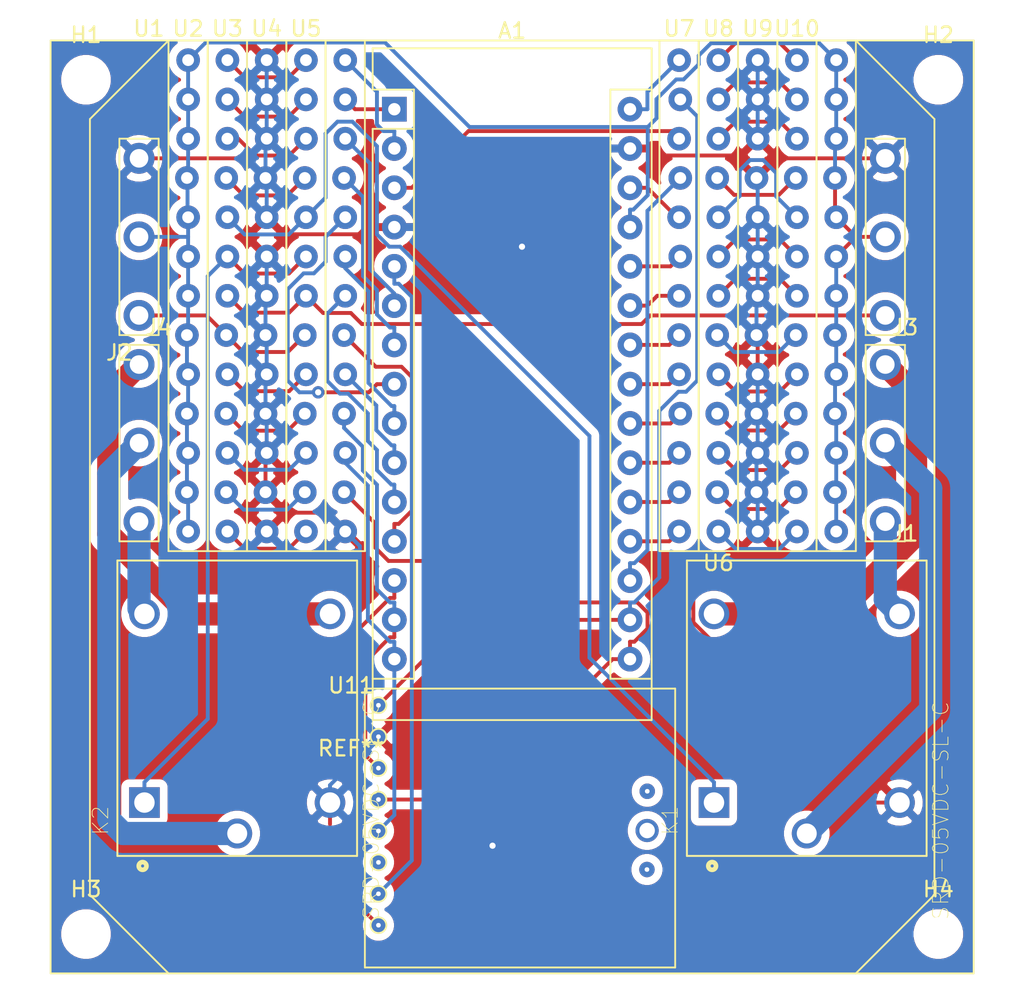
<source format=kicad_pcb>
(kicad_pcb (version 20171130) (host pcbnew "(5.1.0)-1")
  (layers (0 F.Cu signal) (31 B.Cu signal) (34 B.Paste user) (35 F.Paste user) (36 B.SilkS user) (37 F.SilkS user) (38 B.Mask user) (39 F.Mask user) (44 Edge.Cuts user))
  (net 0 "")
  (net 1 SCK)
  (net 2 MISO)
  (net 3 MOSI)
  (net 4 GND)
  (net 5 CSN)
  (net 6 GD0)
  (net 7 3,3V)
  (net 8 VIN)
  (net 9 RST)
  (net 10 D9)
  (net 11 5V)
  (net 12 D8)
  (net 13 A7)
  (net 14 A6)
  (net 15 D6)
  (net 16 A5)
  (net 17 D5)
  (net 18 A4)
  (net 19 D4)
  (net 20 A3)
  (net 21 D3)
  (net 22 A2)
  (net 23 A1)
  (net 24 A0)
  (net 25 AREF)
  (net 26 D0)
  (net 27 D1)
  (net 28 RST2)
  (net 29 D7)
  (net 30 Bridge13)
  (net 31 Bridge12)
  (net 32 Bridge11)
  (net 33 Bridge9)
  (net 34 Bridge10)
  (net 35 Bridge5)
  (net 36 Bridge6)
  (net 37 Bridge8)
  (net 38 Bridge7)
  (net 39 Bridge4)
  (net 40 Bridge3)
  (net 41 Bridge2)
  (net 42 Bridge1)
  (net 43 Bridge26)
  (net 44 Bridge25)
  (net 45 Bridge24)
  (net 46 Bridge22)
  (net 47 Bridge23)
  (net 48 Bridge18)
  (net 49 Bridge19)
  (net 50 Bridge21)
  (net 51 Bridge20)
  (net 52 Bridge17)
  (net 53 Bridge16)
  (net 54 Bridge15)
  (net 55 Bridge14)
  (net 56 "Net-(J1-Pad3)")
  (net 57 "Net-(J1-Pad2)")
  (net 58 "Net-(J1-Pad1)")
  (net 59 "Net-(J2-Pad3)")
  (net 60 "Net-(J2-Pad2)")
  (net 61 "Net-(J2-Pad1)")
  (module Selfmade_Prints:CC1101_modul (layer F.Cu) (at 32.385 53.975)
    (fp_text reference U11 (at -0.9 -0.2) (layer F.SilkS))
    (fp_text value C1101_Module)
    (fp_text user REF** (at -0.9 3.864) (layer F.SilkS))
    (pad 6 thru_hole circle (at 18.24 11.7) (size 1 1) (drill 0.3) (layers *.Cu *.Mask))
    (pad Ant thru_hole circle (at 18.2516 9.1774) (size 1.5 1.5) (drill 1) (layers *.Cu *.Mask))
    (pad 4 thru_hole circle (at 18.26 6.64) (size 1 1) (drill 0.3) (layers *.Cu *.Mask))
    (pad CSN thru_hole circle (at 0.878 15.302) (size 1 1) (drill 0.3) (layers *.Cu *.Mask) (net 5 CSN))
    (pad GD0 thru_hole circle (at 0.878 13.27) (size 1 1) (drill 0.3) (layers *.Cu *.Mask) (net 6 GD0))
    (pad GD02 thru_hole circle (at 0.878 11.238) (size 1 1) (drill 0.3) (layers *.Cu *.Mask))
    (pad MISO thru_hole circle (at 0.878 9.206) (size 1 1) (drill 0.3) (layers *.Cu *.Mask) (net 2 MISO))
    (pad SCLK thru_hole circle (at 0.878 7.174) (size 1 1) (drill 0.3) (layers *.Cu *.Mask) (net 1 SCK))
    (pad MOSI thru_hole circle (at 0.878 5.142) (size 1 1) (drill 0.3) (layers *.Cu *.Mask) (net 3 MOSI))
    (pad GND thru_hole circle (at 0.878 3.11) (size 1 1) (drill 0.3) (layers *.Cu *.Mask) (net 4 GND))
    (pad Vcc thru_hole circle (at 0.878 1.078) (size 1 1) (drill 0.3) (layers *.Cu *.Mask) (net 7 3,3V))
  )
  (module MountingHole:MountingHole_2.2mm_M2_DIN965 (layer F.Cu) (at 69.469 69.85)
    (fp_text reference H4 (at 0 -2.9) (layer F.SilkS))
    (fp_text value MountingHole)
    (pad 1 np_thru_hole circle (at 0 0) (size 2.2 2.2) (drill 2.2) (layers *.Cu *.Mask))
  )
  (module Arduino_HM_1:5_08mm_Klemmleiste (layer F.Cu) (at 19.05 31.115 180)
    (fp_text reference J4 (at 0 0.5 180) (layer F.SilkS))
    (fp_text value Conn_01x03_Female)
    (pad 3 thru_hole circle (at 1.27 11.43 180) (size 2 2) (drill 1.2) (layers *.Cu *.Mask) (net 4 GND))
    (pad 2 thru_hole circle (at 1.27 6.35 180) (size 2 2) (drill 1.2) (layers *.Cu *.Mask) (net 11 5V))
    (pad 1 thru_hole circle (at 1.27 1.27 180) (size 2 2) (drill 1.2) (layers *.Cu *.Mask) (net 37 Bridge8))
  )
  (module Arduino_HM_1:5_08mm_Klemmleiste (layer F.Cu) (at 67.31 31.115 180)
    (fp_text reference J3 (at 0 0.5 180) (layer F.SilkS))
    (fp_text value Conn_01x03_Female)
    (pad 3 thru_hole circle (at 1.27 11.43 180) (size 2 2) (drill 1.2) (layers *.Cu *.Mask) (net 4 GND))
    (pad 2 thru_hole circle (at 1.27 6.35 180) (size 2 2) (drill 1.2) (layers *.Cu *.Mask) (net 11 5V))
    (pad 1 thru_hole circle (at 1.27 1.27 180) (size 2 2) (drill 1.2) (layers *.Cu *.Mask) (net 38 Bridge7))
  )
  (module Arduino_HM_1:5_08mm_Klemmleiste (layer F.Cu) (at 16.51 31.75)
    (fp_text reference J2 (at 0 0.5) (layer F.SilkS))
    (fp_text value Conn_01x03_Female)
    (pad 3 thru_hole circle (at 1.27 11.43) (size 2 2) (drill 1.2) (layers *.Cu *.Mask) (net 59 "Net-(J2-Pad3)"))
    (pad 2 thru_hole circle (at 1.27 6.35) (size 2 2) (drill 1.2) (layers *.Cu *.Mask) (net 60 "Net-(J2-Pad2)"))
    (pad 1 thru_hole circle (at 1.27 1.27) (size 2 2) (drill 1.2) (layers *.Cu *.Mask) (net 61 "Net-(J2-Pad1)"))
  )
  (module Arduino_HM_1:5_08mm_Klemmleiste (layer F.Cu) (at 67.31 44.45 180)
    (fp_text reference J1 (at 0 0.5 180) (layer F.SilkS))
    (fp_text value Conn_01x03_Female)
    (pad 3 thru_hole circle (at 1.27 11.43 180) (size 2 2) (drill 1.2) (layers *.Cu *.Mask) (net 56 "Net-(J1-Pad3)"))
    (pad 2 thru_hole circle (at 1.27 6.35 180) (size 2 2) (drill 1.2) (layers *.Cu *.Mask) (net 57 "Net-(J1-Pad2)"))
    (pad 1 thru_hole circle (at 1.27 1.27 180) (size 2 2) (drill 1.2) (layers *.Cu *.Mask) (net 58 "Net-(J1-Pad1)"))
  )
  (module Arduino_Periphery:Stifteleiste (layer F.Cu) (at 57.785 10.795)
    (fp_text reference U9 (at 0 0.5) (layer F.SilkS))
    (fp_text value Stifteleiste)
    (pad 13 thru_hole circle (at 2.54 33.02) (size 1.524 1.524) (drill 0.762) (layers *.Cu *.Mask) (net 43 Bridge26))
    (pad 12 thru_hole circle (at 2.4638 30.48) (size 1.524 1.524) (drill 0.762) (layers *.Cu *.Mask) (net 44 Bridge25))
    (pad 11 thru_hole circle (at 2.54 27.94) (size 1.524 1.524) (drill 0.762) (layers *.Cu *.Mask) (net 45 Bridge24))
    (pad 9 thru_hole circle (at 2.54 22.86) (size 1.524 1.524) (drill 0.762) (layers *.Cu *.Mask) (net 46 Bridge22))
    (pad 10 thru_hole circle (at 2.4638 25.4) (size 1.524 1.524) (drill 0.762) (layers *.Cu *.Mask) (net 47 Bridge23))
    (pad 5 thru_hole circle (at 2.54 12.7) (size 1.524 1.524) (drill 0.762) (layers *.Cu *.Mask) (net 48 Bridge18))
    (pad 6 thru_hole circle (at 2.54 15.24) (size 1.524 1.524) (drill 0.762) (layers *.Cu *.Mask) (net 49 Bridge19))
    (pad 8 thru_hole circle (at 2.4638 20.32) (size 1.524 1.524) (drill 0.762) (layers *.Cu *.Mask) (net 50 Bridge21))
    (pad 7 thru_hole circle (at 2.54 17.78) (size 1.524 1.524) (drill 0.762) (layers *.Cu *.Mask) (net 51 Bridge20))
    (pad 4 thru_hole circle (at 2.4638 10.16) (size 1.524 1.524) (drill 0.762) (layers *.Cu *.Mask) (net 52 Bridge17))
    (pad 3 thru_hole circle (at 2.54 7.62) (size 1.524 1.524) (drill 0.762) (layers *.Cu *.Mask) (net 53 Bridge16))
    (pad 2 thru_hole circle (at 2.54 5.08) (size 1.524 1.524) (drill 0.762) (layers *.Cu *.Mask) (net 54 Bridge15))
    (pad 1 thru_hole circle (at 2.54 2.54) (size 1.524 1.524) (drill 0.762) (layers *.Cu *.Mask) (net 55 Bridge14))
  )
  (module Arduino_Periphery:Stifteleiste (layer F.Cu) (at 52.705 10.795)
    (fp_text reference U7 (at 0 0.5) (layer F.SilkS))
    (fp_text value Stifteleiste)
    (pad 13 thru_hole circle (at 2.54 33.02) (size 1.524 1.524) (drill 0.762) (layers *.Cu *.Mask) (net 43 Bridge26))
    (pad 12 thru_hole circle (at 2.4638 30.48) (size 1.524 1.524) (drill 0.762) (layers *.Cu *.Mask) (net 44 Bridge25))
    (pad 11 thru_hole circle (at 2.54 27.94) (size 1.524 1.524) (drill 0.762) (layers *.Cu *.Mask) (net 45 Bridge24))
    (pad 9 thru_hole circle (at 2.54 22.86) (size 1.524 1.524) (drill 0.762) (layers *.Cu *.Mask) (net 46 Bridge22))
    (pad 10 thru_hole circle (at 2.4638 25.4) (size 1.524 1.524) (drill 0.762) (layers *.Cu *.Mask) (net 47 Bridge23))
    (pad 5 thru_hole circle (at 2.54 12.7) (size 1.524 1.524) (drill 0.762) (layers *.Cu *.Mask) (net 48 Bridge18))
    (pad 6 thru_hole circle (at 2.54 15.24) (size 1.524 1.524) (drill 0.762) (layers *.Cu *.Mask) (net 49 Bridge19))
    (pad 8 thru_hole circle (at 2.4638 20.32) (size 1.524 1.524) (drill 0.762) (layers *.Cu *.Mask) (net 50 Bridge21))
    (pad 7 thru_hole circle (at 2.54 17.78) (size 1.524 1.524) (drill 0.762) (layers *.Cu *.Mask) (net 51 Bridge20))
    (pad 4 thru_hole circle (at 2.4638 10.16) (size 1.524 1.524) (drill 0.762) (layers *.Cu *.Mask) (net 52 Bridge17))
    (pad 3 thru_hole circle (at 2.54 7.62) (size 1.524 1.524) (drill 0.762) (layers *.Cu *.Mask) (net 53 Bridge16))
    (pad 2 thru_hole circle (at 2.54 5.08) (size 1.524 1.524) (drill 0.762) (layers *.Cu *.Mask) (net 54 Bridge15))
    (pad 1 thru_hole circle (at 2.54 2.54) (size 1.524 1.524) (drill 0.762) (layers *.Cu *.Mask) (net 55 Bridge14))
  )
  (module SRD-05VDC-SL-C:RELAY_SRD-05VDC-SL-C (layer F.Cu) (at 24.13 55.245 90)
    (fp_text reference K2 (at -7.26069 -8.83584 90) (layer F.SilkS) (effects (font (size 1.00009 1.00009) (thickness 0.05))))
    (fp_text value SRD-05VDC-SL-C (at -6.62706 8.6677 90) (layer F.SilkS) (effects (font (size 1.00031 1.00031) (thickness 0.05))))
    (pad NC thru_hole circle (at 6.1 -6 90) (size 1.98 1.98) (drill 1.32) (layers *.Cu *.Mask) (net 59 "Net-(J2-Pad3)"))
    (pad NO thru_hole circle (at 6.1 6 90) (size 1.98 1.98) (drill 1.32) (layers *.Cu *.Mask) (net 61 "Net-(J2-Pad1)"))
    (pad A2 thru_hole circle (at -6.1 6 90) (size 1.98 1.98) (drill 1.32) (layers *.Cu *.Mask) (net 4 GND))
    (pad COM thru_hole circle (at -8.1 0 90) (size 1.935 1.935) (drill 1.29) (layers *.Cu *.Mask) (net 60 "Net-(J2-Pad2)"))
    (pad A1 thru_hole rect (at -6.1 -6 90) (size 1.98 1.98) (drill 1.32) (layers *.Cu *.Mask) (net 36 Bridge6))
  )
  (module Arduino_Periphery:Stifteleiste (layer F.Cu) (at 18.415 10.795)
    (fp_text reference U1 (at 0 0.5) (layer F.SilkS))
    (fp_text value Stifteleiste)
    (pad 13 thru_hole circle (at 2.54 33.02) (size 1.524 1.524) (drill 0.762) (layers *.Cu *.Mask) (net 11 5V))
    (pad 12 thru_hole circle (at 2.4638 30.48) (size 1.524 1.524) (drill 0.762) (layers *.Cu *.Mask) (net 11 5V))
    (pad 11 thru_hole circle (at 2.54 27.94) (size 1.524 1.524) (drill 0.762) (layers *.Cu *.Mask) (net 11 5V))
    (pad 9 thru_hole circle (at 2.54 22.86) (size 1.524 1.524) (drill 0.762) (layers *.Cu *.Mask) (net 11 5V))
    (pad 10 thru_hole circle (at 2.4638 25.4) (size 1.524 1.524) (drill 0.762) (layers *.Cu *.Mask) (net 11 5V))
    (pad 5 thru_hole circle (at 2.54 12.7) (size 1.524 1.524) (drill 0.762) (layers *.Cu *.Mask) (net 11 5V))
    (pad 6 thru_hole circle (at 2.54 15.24) (size 1.524 1.524) (drill 0.762) (layers *.Cu *.Mask) (net 11 5V))
    (pad 8 thru_hole circle (at 2.4638 20.32) (size 1.524 1.524) (drill 0.762) (layers *.Cu *.Mask) (net 11 5V))
    (pad 7 thru_hole circle (at 2.54 17.78) (size 1.524 1.524) (drill 0.762) (layers *.Cu *.Mask) (net 11 5V))
    (pad 4 thru_hole circle (at 2.4638 10.16) (size 1.524 1.524) (drill 0.762) (layers *.Cu *.Mask) (net 11 5V))
    (pad 3 thru_hole circle (at 2.54 7.62) (size 1.524 1.524) (drill 0.762) (layers *.Cu *.Mask) (net 11 5V))
    (pad 2 thru_hole circle (at 2.54 5.08) (size 1.524 1.524) (drill 0.762) (layers *.Cu *.Mask) (net 11 5V))
    (pad 1 thru_hole circle (at 2.54 2.54) (size 1.524 1.524) (drill 0.762) (layers *.Cu *.Mask) (net 11 5V))
  )
  (module Arduino_Periphery:Stifteleiste (layer F.Cu) (at 60.325 10.795)
    (fp_text reference U10 (at 0 0.5) (layer F.SilkS))
    (fp_text value Stifteleiste)
    (pad 13 thru_hole circle (at 2.54 33.02) (size 1.524 1.524) (drill 0.762) (layers *.Cu *.Mask) (net 11 5V))
    (pad 12 thru_hole circle (at 2.4638 30.48) (size 1.524 1.524) (drill 0.762) (layers *.Cu *.Mask) (net 11 5V))
    (pad 11 thru_hole circle (at 2.54 27.94) (size 1.524 1.524) (drill 0.762) (layers *.Cu *.Mask) (net 11 5V))
    (pad 9 thru_hole circle (at 2.54 22.86) (size 1.524 1.524) (drill 0.762) (layers *.Cu *.Mask) (net 11 5V))
    (pad 10 thru_hole circle (at 2.4638 25.4) (size 1.524 1.524) (drill 0.762) (layers *.Cu *.Mask) (net 11 5V))
    (pad 5 thru_hole circle (at 2.54 12.7) (size 1.524 1.524) (drill 0.762) (layers *.Cu *.Mask) (net 11 5V))
    (pad 6 thru_hole circle (at 2.54 15.24) (size 1.524 1.524) (drill 0.762) (layers *.Cu *.Mask) (net 11 5V))
    (pad 8 thru_hole circle (at 2.4638 20.32) (size 1.524 1.524) (drill 0.762) (layers *.Cu *.Mask) (net 11 5V))
    (pad 7 thru_hole circle (at 2.54 17.78) (size 1.524 1.524) (drill 0.762) (layers *.Cu *.Mask) (net 11 5V))
    (pad 4 thru_hole circle (at 2.4638 10.16) (size 1.524 1.524) (drill 0.762) (layers *.Cu *.Mask) (net 11 5V))
    (pad 3 thru_hole circle (at 2.54 7.62) (size 1.524 1.524) (drill 0.762) (layers *.Cu *.Mask) (net 11 5V))
    (pad 2 thru_hole circle (at 2.54 5.08) (size 1.524 1.524) (drill 0.762) (layers *.Cu *.Mask) (net 11 5V))
    (pad 1 thru_hole circle (at 2.54 2.54) (size 1.524 1.524) (drill 0.762) (layers *.Cu *.Mask) (net 11 5V))
  )
  (module Arduino_Periphery:Stifteleiste (layer F.Cu) (at 55.245 10.795)
    (fp_text reference U8 (at 0 0.5) (layer F.SilkS))
    (fp_text value Stifteleiste)
    (pad 13 thru_hole circle (at 2.54 33.02) (size 1.524 1.524) (drill 0.762) (layers *.Cu *.Mask) (net 4 GND))
    (pad 12 thru_hole circle (at 2.4638 30.48) (size 1.524 1.524) (drill 0.762) (layers *.Cu *.Mask) (net 4 GND))
    (pad 11 thru_hole circle (at 2.54 27.94) (size 1.524 1.524) (drill 0.762) (layers *.Cu *.Mask) (net 4 GND))
    (pad 9 thru_hole circle (at 2.54 22.86) (size 1.524 1.524) (drill 0.762) (layers *.Cu *.Mask) (net 4 GND))
    (pad 10 thru_hole circle (at 2.4638 25.4) (size 1.524 1.524) (drill 0.762) (layers *.Cu *.Mask) (net 4 GND))
    (pad 5 thru_hole circle (at 2.54 12.7) (size 1.524 1.524) (drill 0.762) (layers *.Cu *.Mask) (net 4 GND))
    (pad 6 thru_hole circle (at 2.54 15.24) (size 1.524 1.524) (drill 0.762) (layers *.Cu *.Mask) (net 4 GND))
    (pad 8 thru_hole circle (at 2.4638 20.32) (size 1.524 1.524) (drill 0.762) (layers *.Cu *.Mask) (net 4 GND))
    (pad 7 thru_hole circle (at 2.54 17.78) (size 1.524 1.524) (drill 0.762) (layers *.Cu *.Mask) (net 4 GND))
    (pad 4 thru_hole circle (at 2.4638 10.16) (size 1.524 1.524) (drill 0.762) (layers *.Cu *.Mask) (net 4 GND))
    (pad 3 thru_hole circle (at 2.54 7.62) (size 1.524 1.524) (drill 0.762) (layers *.Cu *.Mask) (net 4 GND))
    (pad 2 thru_hole circle (at 2.54 5.08) (size 1.524 1.524) (drill 0.762) (layers *.Cu *.Mask) (net 4 GND))
    (pad 1 thru_hole circle (at 2.54 2.54) (size 1.524 1.524) (drill 0.762) (layers *.Cu *.Mask) (net 4 GND))
  )
  (module Arduino_Periphery:Stifteleiste (layer F.Cu) (at 20.955 10.795)
    (fp_text reference U2 (at 0 0.5) (layer F.SilkS))
    (fp_text value Stifteleiste)
    (pad 13 thru_hole circle (at 2.54 33.02) (size 1.524 1.524) (drill 0.762) (layers *.Cu *.Mask) (net 30 Bridge13))
    (pad 12 thru_hole circle (at 2.4638 30.48) (size 1.524 1.524) (drill 0.762) (layers *.Cu *.Mask) (net 31 Bridge12))
    (pad 11 thru_hole circle (at 2.54 27.94) (size 1.524 1.524) (drill 0.762) (layers *.Cu *.Mask) (net 32 Bridge11))
    (pad 9 thru_hole circle (at 2.54 22.86) (size 1.524 1.524) (drill 0.762) (layers *.Cu *.Mask) (net 33 Bridge9))
    (pad 10 thru_hole circle (at 2.4638 25.4) (size 1.524 1.524) (drill 0.762) (layers *.Cu *.Mask) (net 34 Bridge10))
    (pad 5 thru_hole circle (at 2.54 12.7) (size 1.524 1.524) (drill 0.762) (layers *.Cu *.Mask) (net 35 Bridge5))
    (pad 6 thru_hole circle (at 2.54 15.24) (size 1.524 1.524) (drill 0.762) (layers *.Cu *.Mask) (net 36 Bridge6))
    (pad 8 thru_hole circle (at 2.4638 20.32) (size 1.524 1.524) (drill 0.762) (layers *.Cu *.Mask) (net 37 Bridge8))
    (pad 7 thru_hole circle (at 2.54 17.78) (size 1.524 1.524) (drill 0.762) (layers *.Cu *.Mask) (net 38 Bridge7))
    (pad 4 thru_hole circle (at 2.4638 10.16) (size 1.524 1.524) (drill 0.762) (layers *.Cu *.Mask) (net 39 Bridge4))
    (pad 3 thru_hole circle (at 2.54 7.62) (size 1.524 1.524) (drill 0.762) (layers *.Cu *.Mask) (net 40 Bridge3))
    (pad 2 thru_hole circle (at 2.54 5.08) (size 1.524 1.524) (drill 0.762) (layers *.Cu *.Mask) (net 41 Bridge2))
    (pad 1 thru_hole circle (at 2.54 2.54) (size 1.524 1.524) (drill 0.762) (layers *.Cu *.Mask) (net 42 Bridge1))
  )
  (module Arduino_Periphery:Stifteleiste (layer F.Cu) (at 26.035 10.795)
    (fp_text reference U4 (at 0 0.5) (layer F.SilkS))
    (fp_text value Stifteleiste)
    (pad 13 thru_hole circle (at 2.54 33.02) (size 1.524 1.524) (drill 0.762) (layers *.Cu *.Mask) (net 30 Bridge13))
    (pad 12 thru_hole circle (at 2.4638 30.48) (size 1.524 1.524) (drill 0.762) (layers *.Cu *.Mask) (net 31 Bridge12))
    (pad 11 thru_hole circle (at 2.54 27.94) (size 1.524 1.524) (drill 0.762) (layers *.Cu *.Mask) (net 32 Bridge11))
    (pad 9 thru_hole circle (at 2.54 22.86) (size 1.524 1.524) (drill 0.762) (layers *.Cu *.Mask) (net 33 Bridge9))
    (pad 10 thru_hole circle (at 2.4638 25.4) (size 1.524 1.524) (drill 0.762) (layers *.Cu *.Mask) (net 34 Bridge10))
    (pad 5 thru_hole circle (at 2.54 12.7) (size 1.524 1.524) (drill 0.762) (layers *.Cu *.Mask) (net 35 Bridge5))
    (pad 6 thru_hole circle (at 2.54 15.24) (size 1.524 1.524) (drill 0.762) (layers *.Cu *.Mask) (net 36 Bridge6))
    (pad 8 thru_hole circle (at 2.4638 20.32) (size 1.524 1.524) (drill 0.762) (layers *.Cu *.Mask) (net 37 Bridge8))
    (pad 7 thru_hole circle (at 2.54 17.78) (size 1.524 1.524) (drill 0.762) (layers *.Cu *.Mask) (net 38 Bridge7))
    (pad 4 thru_hole circle (at 2.4638 10.16) (size 1.524 1.524) (drill 0.762) (layers *.Cu *.Mask) (net 39 Bridge4))
    (pad 3 thru_hole circle (at 2.54 7.62) (size 1.524 1.524) (drill 0.762) (layers *.Cu *.Mask) (net 40 Bridge3))
    (pad 2 thru_hole circle (at 2.54 5.08) (size 1.524 1.524) (drill 0.762) (layers *.Cu *.Mask) (net 41 Bridge2))
    (pad 1 thru_hole circle (at 2.54 2.54) (size 1.524 1.524) (drill 0.762) (layers *.Cu *.Mask) (net 42 Bridge1))
  )
  (module Arduino_Periphery:Stifteleiste (layer F.Cu) (at 23.495 10.795)
    (fp_text reference U3 (at 0 0.5) (layer F.SilkS))
    (fp_text value Stifteleiste)
    (pad 13 thru_hole circle (at 2.54 33.02) (size 1.524 1.524) (drill 0.762) (layers *.Cu *.Mask) (net 4 GND))
    (pad 12 thru_hole circle (at 2.4638 30.48) (size 1.524 1.524) (drill 0.762) (layers *.Cu *.Mask) (net 4 GND))
    (pad 11 thru_hole circle (at 2.54 27.94) (size 1.524 1.524) (drill 0.762) (layers *.Cu *.Mask) (net 4 GND))
    (pad 9 thru_hole circle (at 2.54 22.86) (size 1.524 1.524) (drill 0.762) (layers *.Cu *.Mask) (net 4 GND))
    (pad 10 thru_hole circle (at 2.4638 25.4) (size 1.524 1.524) (drill 0.762) (layers *.Cu *.Mask) (net 4 GND))
    (pad 5 thru_hole circle (at 2.54 12.7) (size 1.524 1.524) (drill 0.762) (layers *.Cu *.Mask) (net 4 GND))
    (pad 6 thru_hole circle (at 2.54 15.24) (size 1.524 1.524) (drill 0.762) (layers *.Cu *.Mask) (net 4 GND))
    (pad 8 thru_hole circle (at 2.4638 20.32) (size 1.524 1.524) (drill 0.762) (layers *.Cu *.Mask) (net 4 GND))
    (pad 7 thru_hole circle (at 2.54 17.78) (size 1.524 1.524) (drill 0.762) (layers *.Cu *.Mask) (net 4 GND))
    (pad 4 thru_hole circle (at 2.4638 10.16) (size 1.524 1.524) (drill 0.762) (layers *.Cu *.Mask) (net 4 GND))
    (pad 3 thru_hole circle (at 2.54 7.62) (size 1.524 1.524) (drill 0.762) (layers *.Cu *.Mask) (net 4 GND))
    (pad 2 thru_hole circle (at 2.54 5.08) (size 1.524 1.524) (drill 0.762) (layers *.Cu *.Mask) (net 4 GND))
    (pad 1 thru_hole circle (at 2.54 2.54) (size 1.524 1.524) (drill 0.762) (layers *.Cu *.Mask) (net 4 GND))
  )
  (module Arduino_Periphery:Stifteleiste (layer F.Cu) (at 55.245 46.355 180)
    (fp_text reference U6 (at 0 0.5 180) (layer F.SilkS))
    (fp_text value Stifteleiste)
    (pad 13 thru_hole circle (at 2.54 33.02 180) (size 1.524 1.524) (drill 0.762) (layers *.Cu *.Mask) (net 8 VIN))
    (pad 12 thru_hole circle (at 2.4638 30.48 180) (size 1.524 1.524) (drill 0.762) (layers *.Cu *.Mask) (net 7 3,3V))
    (pad 11 thru_hole circle (at 2.54 27.94 180) (size 1.524 1.524) (drill 0.762) (layers *.Cu *.Mask) (net 28 RST2))
    (pad 9 thru_hole circle (at 2.54 22.86 180) (size 1.524 1.524) (drill 0.762) (layers *.Cu *.Mask) (net 9 RST))
    (pad 10 thru_hole circle (at 2.4638 25.4 180) (size 1.524 1.524) (drill 0.762) (layers *.Cu *.Mask) (net 25 AREF))
    (pad 5 thru_hole circle (at 2.54 12.7 180) (size 1.524 1.524) (drill 0.762) (layers *.Cu *.Mask) (net 18 A4))
    (pad 6 thru_hole circle (at 2.54 15.24 180) (size 1.524 1.524) (drill 0.762) (layers *.Cu *.Mask) (net 16 A5))
    (pad 8 thru_hole circle (at 2.4638 20.32 180) (size 1.524 1.524) (drill 0.762) (layers *.Cu *.Mask) (net 13 A7))
    (pad 7 thru_hole circle (at 2.54 17.78 180) (size 1.524 1.524) (drill 0.762) (layers *.Cu *.Mask) (net 14 A6))
    (pad 4 thru_hole circle (at 2.4638 10.16 180) (size 1.524 1.524) (drill 0.762) (layers *.Cu *.Mask) (net 20 A3))
    (pad 3 thru_hole circle (at 2.54 7.62 180) (size 1.524 1.524) (drill 0.762) (layers *.Cu *.Mask) (net 22 A2))
    (pad 2 thru_hole circle (at 2.54 5.08 180) (size 1.524 1.524) (drill 0.762) (layers *.Cu *.Mask) (net 23 A1))
    (pad 1 thru_hole circle (at 2.54 2.54 180) (size 1.524 1.524) (drill 0.762) (layers *.Cu *.Mask) (net 24 A0))
  )
  (module Arduino_Periphery:Stifteleiste (layer F.Cu) (at 28.575 10.795)
    (fp_text reference U5 (at 0 0.5) (layer F.SilkS))
    (fp_text value Stifteleiste)
    (pad 13 thru_hole circle (at 2.54 33.02) (size 1.524 1.524) (drill 0.762) (layers *.Cu *.Mask) (net 4 GND))
    (pad 12 thru_hole circle (at 2.4638 30.48) (size 1.524 1.524) (drill 0.762) (layers *.Cu *.Mask) (net 1 SCK))
    (pad 11 thru_hole circle (at 2.54 27.94) (size 1.524 1.524) (drill 0.762) (layers *.Cu *.Mask) (net 2 MISO))
    (pad 9 thru_hole circle (at 2.54 22.86) (size 1.524 1.524) (drill 0.762) (layers *.Cu *.Mask) (net 29 D7))
    (pad 10 thru_hole circle (at 2.4638 25.4) (size 1.524 1.524) (drill 0.762) (layers *.Cu *.Mask) (net 3 MOSI))
    (pad 5 thru_hole circle (at 2.54 12.7) (size 1.524 1.524) (drill 0.762) (layers *.Cu *.Mask) (net 17 D5))
    (pad 6 thru_hole circle (at 2.54 15.24) (size 1.524 1.524) (drill 0.762) (layers *.Cu *.Mask) (net 15 D6))
    (pad 8 thru_hole circle (at 2.4638 20.32) (size 1.524 1.524) (drill 0.762) (layers *.Cu *.Mask) (net 10 D9))
    (pad 7 thru_hole circle (at 2.54 17.78) (size 1.524 1.524) (drill 0.762) (layers *.Cu *.Mask) (net 12 D8))
    (pad 4 thru_hole circle (at 2.4638 10.16) (size 1.524 1.524) (drill 0.762) (layers *.Cu *.Mask) (net 19 D4))
    (pad 3 thru_hole circle (at 2.54 7.62) (size 1.524 1.524) (drill 0.762) (layers *.Cu *.Mask) (net 21 D3))
    (pad 2 thru_hole circle (at 2.54 5.08) (size 1.524 1.524) (drill 0.762) (layers *.Cu *.Mask) (net 27 D1))
    (pad 1 thru_hole circle (at 2.54 2.54) (size 1.524 1.524) (drill 0.762) (layers *.Cu *.Mask) (net 26 D0))
  )
  (module SRD-05VDC-SL-C:RELAY_SRD-05VDC-SL-C (layer F.Cu) (at 60.96 55.245 90)
    (fp_text reference K1 (at -7.26069 -8.83584 90) (layer F.SilkS) (effects (font (size 1.00009 1.00009) (thickness 0.05))))
    (fp_text value SRD-05VDC-SL-C (at -6.62706 8.6677 90) (layer F.SilkS) (effects (font (size 1.00031 1.00031) (thickness 0.05))))
    (pad NC thru_hole circle (at 6.1 -6 90) (size 1.98 1.98) (drill 1.32) (layers *.Cu *.Mask) (net 56 "Net-(J1-Pad3)"))
    (pad NO thru_hole circle (at 6.1 6 90) (size 1.98 1.98) (drill 1.32) (layers *.Cu *.Mask) (net 58 "Net-(J1-Pad1)"))
    (pad A2 thru_hole circle (at -6.1 6 90) (size 1.98 1.98) (drill 1.32) (layers *.Cu *.Mask) (net 4 GND))
    (pad COM thru_hole circle (at -8.1 0 90) (size 1.935 1.935) (drill 1.29) (layers *.Cu *.Mask) (net 57 "Net-(J1-Pad2)"))
    (pad A1 thru_hole rect (at -6.1 -6 90) (size 1.98 1.98) (drill 1.32) (layers *.Cu *.Mask) (net 35 Bridge5))
  )
  (module MountingHole:MountingHole_2.2mm_M2_DIN965 (layer F.Cu) (at 14.351 69.85)
    (fp_text reference H3 (at 0 -2.9) (layer F.SilkS))
    (fp_text value MountingHole)
    (pad 1 np_thru_hole circle (at 0 0) (size 2.2 2.2) (drill 2.2) (layers *.Cu *.Mask))
  )
  (module MountingHole:MountingHole_2.2mm_M2_DIN965 (layer F.Cu) (at 69.469 14.605)
    (fp_text reference H2 (at 0 -2.9) (layer F.SilkS))
    (fp_text value MountingHole)
    (pad 1 np_thru_hole circle (at 0 0) (size 2.2 2.2) (drill 2.2) (layers *.Cu *.Mask))
  )
  (module MountingHole:MountingHole_2.2mm_M2_DIN965 (layer F.Cu) (at 14.351 14.605)
    (fp_text reference H1 (at 0 -2.9) (layer F.SilkS))
    (fp_text value MountingHole)
    (pad 1 np_thru_hole circle (at 0 0) (size 2.2 2.2) (drill 2.2) (layers *.Cu *.Mask))
  )
  (module Module:Arduino_Nano (layer F.Cu) (at 34.29 16.51)
    (fp_text reference A1 (at 7.62 -5.08) (layer F.SilkS))
    (fp_text value Arduino_Nano_v3.x)
    (pad 16 thru_hole oval (at 15.24 35.56) (size 1.6 1.6) (drill 0.8) (layers *.Cu *.Mask) (net 1 SCK))
    (pad 15 thru_hole oval (at 0 35.56) (size 1.6 1.6) (drill 0.8) (layers *.Cu *.Mask) (net 2 MISO))
    (pad 30 thru_hole oval (at 15.24 0) (size 1.6 1.6) (drill 0.8) (layers *.Cu *.Mask) (net 8 VIN))
    (pad 14 thru_hole oval (at 0 33.02) (size 1.6 1.6) (drill 0.8) (layers *.Cu *.Mask) (net 3 MOSI))
    (pad 29 thru_hole oval (at 15.24 2.54) (size 1.6 1.6) (drill 0.8) (layers *.Cu *.Mask) (net 4 GND))
    (pad 13 thru_hole oval (at 0 30.48) (size 1.6 1.6) (drill 0.8) (layers *.Cu *.Mask) (net 5 CSN))
    (pad 28 thru_hole oval (at 15.24 5.08) (size 1.6 1.6) (drill 0.8) (layers *.Cu *.Mask) (net 9 RST))
    (pad 12 thru_hole oval (at 0 27.94) (size 1.6 1.6) (drill 0.8) (layers *.Cu *.Mask) (net 10 D9))
    (pad 27 thru_hole oval (at 15.24 7.62) (size 1.6 1.6) (drill 0.8) (layers *.Cu *.Mask) (net 11 5V))
    (pad 11 thru_hole oval (at 0 25.4) (size 1.6 1.6) (drill 0.8) (layers *.Cu *.Mask) (net 12 D8))
    (pad 26 thru_hole oval (at 15.24 10.16) (size 1.6 1.6) (drill 0.8) (layers *.Cu *.Mask) (net 13 A7))
    (pad 10 thru_hole oval (at 0 22.86) (size 1.6 1.6) (drill 0.8) (layers *.Cu *.Mask) (net 29 D7))
    (pad 25 thru_hole oval (at 15.24 12.7) (size 1.6 1.6) (drill 0.8) (layers *.Cu *.Mask) (net 14 A6))
    (pad 9 thru_hole oval (at 0 20.32) (size 1.6 1.6) (drill 0.8) (layers *.Cu *.Mask) (net 15 D6))
    (pad 24 thru_hole oval (at 15.24 15.24) (size 1.6 1.6) (drill 0.8) (layers *.Cu *.Mask) (net 16 A5))
    (pad 8 thru_hole oval (at 0 17.78) (size 1.6 1.6) (drill 0.8) (layers *.Cu *.Mask) (net 17 D5))
    (pad 23 thru_hole oval (at 15.24 17.78) (size 1.6 1.6) (drill 0.8) (layers *.Cu *.Mask) (net 18 A4))
    (pad 7 thru_hole oval (at 0 15.24) (size 1.6 1.6) (drill 0.8) (layers *.Cu *.Mask) (net 19 D4))
    (pad 22 thru_hole oval (at 15.24 20.32) (size 1.6 1.6) (drill 0.8) (layers *.Cu *.Mask) (net 20 A3))
    (pad 6 thru_hole oval (at 0 12.7) (size 1.6 1.6) (drill 0.8) (layers *.Cu *.Mask) (net 21 D3))
    (pad 21 thru_hole oval (at 15.24 22.86) (size 1.6 1.6) (drill 0.8) (layers *.Cu *.Mask) (net 22 A2))
    (pad 5 thru_hole oval (at 0 10.16) (size 1.6 1.6) (drill 0.8) (layers *.Cu *.Mask) (net 6 GD0))
    (pad 20 thru_hole oval (at 15.24 25.4) (size 1.6 1.6) (drill 0.8) (layers *.Cu *.Mask) (net 23 A1))
    (pad 4 thru_hole oval (at 0 7.62) (size 1.6 1.6) (drill 0.8) (layers *.Cu *.Mask) (net 4 GND))
    (pad 19 thru_hole oval (at 15.24 27.94) (size 1.6 1.6) (drill 0.8) (layers *.Cu *.Mask) (net 24 A0))
    (pad 3 thru_hole oval (at 0 5.08) (size 1.6 1.6) (drill 0.8) (layers *.Cu *.Mask) (net 28 RST2))
    (pad 18 thru_hole oval (at 15.24 30.48) (size 1.6 1.6) (drill 0.8) (layers *.Cu *.Mask) (net 25 AREF))
    (pad 2 thru_hole oval (at 0 2.54) (size 1.6 1.6) (drill 0.8) (layers *.Cu *.Mask) (net 26 D0))
    (pad 17 thru_hole oval (at 15.24 33.02) (size 1.6 1.6) (drill 0.8) (layers *.Cu *.Mask) (net 7 3,3V))
    (pad 1 thru_hole rect (at 0 0) (size 1.6 1.6) (drill 0.8) (layers *.Cu *.Mask) (net 27 D1))
  )
  (gr_line (start 12.065 72.39) (end 19.685 72.39) (layer F.SilkS) (width 0.12))
  (gr_line (start 12.065 12.065) (end 12.065 72.39) (layer F.SilkS) (width 0.12))
  (gr_line (start 19.685 12.065) (end 12.065 12.065) (layer F.SilkS) (width 0.12))
  (gr_line (start 71.755 12.065) (end 64.135 12.065) (layer F.SilkS) (width 0.12))
  (gr_line (start 71.755 72.39) (end 71.755 12.065) (layer F.SilkS) (width 0.12))
  (gr_line (start 64.135 72.39) (end 71.755 72.39) (layer F.SilkS) (width 0.12))
  (gr_line (start 19.685 72.39) (end 64.135 72.39) (layer F.SilkS) (width 0.12))
  (gr_line (start 14.605 17.145) (end 14.605 67.31) (layer F.SilkS) (width 0.12))
  (gr_line (start 64.135 12.065) (end 19.685 12.065) (layer F.SilkS) (width 0.12))
  (gr_line (start 69.215 67.31) (end 69.215 17.145) (layer F.SilkS) (width 0.12))
  (gr_line (start 14.605 67.31) (end 19.685 72.39) (layer F.SilkS) (width 0.12))
  (gr_line (start 69.215 67.31) (end 64.135 72.39) (layer F.SilkS) (width 0.12))
  (gr_line (start 64.135 12.065) (end 69.215 17.145) (layer F.SilkS) (width 0.12))
  (gr_line (start 19.685 12.065) (end 14.605 17.145) (layer F.SilkS) (width 0.12))
  (segment (start 49.53 52.07) (end 49.53 50.9447) (width 0.25) (layer F.Cu) (net 1))
  (segment (start 49.53 50.9447) (end 49.8113 50.9447) (width 0.25) (layer F.Cu) (net 1))
  (segment (start 49.8113 50.9447) (end 50.6622 50.0938) (width 0.25) (layer F.Cu) (net 1))
  (segment (start 50.6622 50.0938) (end 50.6622 49.0597) (width 0.25) (layer F.Cu) (net 1))
  (segment (start 50.6622 49.0597) (end 50.0071 48.4046) (width 0.25) (layer F.Cu) (net 1))
  (segment (start 50.0071 48.4046) (end 41.317 48.4046) (width 0.25) (layer F.Cu) (net 1))
  (segment (start 41.317 48.4046) (end 38.6324 45.72) (width 0.25) (layer F.Cu) (net 1))
  (segment (start 38.6324 45.72) (end 33.9134 45.72) (width 0.25) (layer F.Cu) (net 1))
  (segment (start 33.9134 45.72) (end 32.99 44.7966) (width 0.25) (layer F.Cu) (net 1))
  (segment (start 32.99 44.7966) (end 32.99 43.2262) (width 0.25) (layer F.Cu) (net 1))
  (segment (start 32.99 43.2262) (end 31.0388 41.275) (width 0.25) (layer F.Cu) (net 1))
  (segment (start 49.08 52.07) (end 49.53 52.07) (width 0.25) (layer F.Cu) (net 1))
  (segment (start 49.08 52.07) (end 48.4047 52.07) (width 0.25) (layer F.Cu) (net 1))
  (segment (start 48.4047 52.07) (end 39.3257 61.149) (width 0.25) (layer F.Cu) (net 1))
  (segment (start 39.3257 61.149) (end 33.263 61.149) (width 0.25) (layer F.Cu) (net 1))
  (segment (start 34.29 52.07) (end 34.29 62.154) (width 0.25) (layer B.Cu) (net 2))
  (segment (start 34.29 62.154) (end 33.263 63.181) (width 0.25) (layer B.Cu) (net 2))
  (segment (start 34.29 51.5073) (end 34.29 52.07) (width 0.25) (layer B.Cu) (net 2))
  (segment (start 34.29 51.5073) (end 34.29 50.9447) (width 0.25) (layer B.Cu) (net 2))
  (segment (start 34.29 50.9447) (end 34.0087 50.9447) (width 0.25) (layer B.Cu) (net 2))
  (segment (start 34.0087 50.9447) (end 32.5795 49.5155) (width 0.25) (layer B.Cu) (net 2))
  (segment (start 32.5795 49.5155) (end 32.5795 40.8392) (width 0.25) (layer B.Cu) (net 2))
  (segment (start 32.5795 40.8392) (end 31.115 39.3747) (width 0.25) (layer B.Cu) (net 2))
  (segment (start 31.115 39.3747) (end 31.115 38.735) (width 0.25) (layer B.Cu) (net 2))
  (segment (start 34.29 49.53) (end 34.29 48.4047) (width 0.25) (layer B.Cu) (net 3))
  (segment (start 34.29 48.4047) (end 34.0086 48.4047) (width 0.25) (layer B.Cu) (net 3))
  (segment (start 34.0086 48.4047) (end 33.1647 47.5608) (width 0.25) (layer B.Cu) (net 3))
  (segment (start 33.1647 47.5608) (end 33.1647 40.7875) (width 0.25) (layer B.Cu) (net 3))
  (segment (start 33.1647 40.7875) (end 32.2531 39.8759) (width 0.25) (layer B.Cu) (net 3))
  (segment (start 32.2531 39.8759) (end 32.2531 38.3352) (width 0.25) (layer B.Cu) (net 3))
  (segment (start 32.2531 38.3352) (end 31.0388 37.1209) (width 0.25) (layer B.Cu) (net 3))
  (segment (start 31.0388 37.1209) (end 31.0388 36.195) (width 0.25) (layer B.Cu) (net 3))
  (segment (start 34.29 49.53) (end 34.29 50.6553) (width 0.25) (layer F.Cu) (net 3))
  (segment (start 34.29 50.6553) (end 34.0087 50.6553) (width 0.25) (layer F.Cu) (net 3))
  (segment (start 34.0087 50.6553) (end 32.4153 52.2487) (width 0.25) (layer F.Cu) (net 3))
  (segment (start 32.4153 52.2487) (end 32.4153 58.2693) (width 0.25) (layer F.Cu) (net 3))
  (segment (start 32.4153 58.2693) (end 33.263 59.117) (width 0.25) (layer F.Cu) (net 3))
  (segment (start 57.785 18.415) (end 59.055 19.685) (width 0.25) (layer F.Cu) (net 4))
  (segment (start 59.055 19.685) (end 66.04 19.685) (width 0.25) (layer F.Cu) (net 4))
  (segment (start 56.6976 19.5024) (end 57.785 18.415) (width 0.25) (layer F.Cu) (net 4))
  (segment (start 50.6553 19.05) (end 51.1077 19.5024) (width 0.25) (layer F.Cu) (net 4))
  (segment (start 51.1077 19.5024) (end 56.6976 19.5024) (width 0.25) (layer F.Cu) (net 4))
  (segment (start 56.6976 19.5024) (end 56.6976 19.9438) (width 0.25) (layer F.Cu) (net 4))
  (segment (start 56.6976 19.9438) (end 57.7088 20.955) (width 0.25) (layer F.Cu) (net 4))
  (segment (start 49.53 19.05) (end 50.6553 19.05) (width 0.25) (layer F.Cu) (net 4))
  (segment (start 35.4153 24.13) (end 40.4953 19.05) (width 0.25) (layer F.Cu) (net 4))
  (segment (start 40.4953 19.05) (end 49.53 19.05) (width 0.25) (layer F.Cu) (net 4))
  (segment (start 31.115 43.815) (end 32.0564 44.7564) (width 0.25) (layer B.Cu) (net 4))
  (segment (start 32.0564 44.7564) (end 32.0564 55.8784) (width 0.25) (layer B.Cu) (net 4))
  (segment (start 32.0564 55.8784) (end 33.263 57.085) (width 0.25) (layer B.Cu) (net 4))
  (segment (start 27.2494 42.6006) (end 26.035 43.815) (width 0.25) (layer F.Cu) (net 4))
  (segment (start 25.9588 41.275) (end 27.2494 42.5656) (width 0.25) (layer F.Cu) (net 4))
  (segment (start 27.2494 42.5656) (end 27.2494 42.6006) (width 0.25) (layer F.Cu) (net 4))
  (segment (start 31.115 43.815) (end 29.9006 42.6006) (width 0.25) (layer F.Cu) (net 4))
  (segment (start 29.9006 42.6006) (end 27.2494 42.6006) (width 0.25) (layer F.Cu) (net 4))
  (segment (start 57.785 43.815) (end 53.6249 47.9751) (width 0.25) (layer F.Cu) (net 4))
  (segment (start 53.6249 47.9751) (end 53.6249 49.6932) (width 0.25) (layer F.Cu) (net 4))
  (segment (start 53.6249 49.6932) (end 65.2767 61.345) (width 0.25) (layer F.Cu) (net 4))
  (segment (start 65.2767 61.345) (end 66.96 61.345) (width 0.25) (layer F.Cu) (net 4))
  (segment (start 34.29 24.13) (end 35.4153 24.13) (width 0.25) (layer F.Cu) (net 4))
  (segment (start 57.7088 41.275) (end 57.785 41.3512) (width 0.25) (layer B.Cu) (net 4))
  (segment (start 57.785 41.3512) (end 57.785 43.815) (width 0.25) (layer B.Cu) (net 4))
  (segment (start 57.785 38.735) (end 57.7088 38.8112) (width 0.25) (layer B.Cu) (net 4))
  (segment (start 57.7088 38.8112) (end 57.7088 41.275) (width 0.25) (layer B.Cu) (net 4))
  (segment (start 57.7088 36.195) (end 57.785 36.2712) (width 0.25) (layer B.Cu) (net 4))
  (segment (start 57.785 36.2712) (end 57.785 38.735) (width 0.25) (layer B.Cu) (net 4))
  (segment (start 57.7088 36.195) (end 57.785 36.1188) (width 0.25) (layer B.Cu) (net 4))
  (segment (start 57.785 36.1188) (end 57.785 33.655) (width 0.25) (layer B.Cu) (net 4))
  (segment (start 57.785 23.495) (end 57.785 26.035) (width 0.25) (layer B.Cu) (net 4))
  (segment (start 57.7088 20.955) (end 57.785 21.0312) (width 0.25) (layer B.Cu) (net 4))
  (segment (start 57.785 21.0312) (end 57.785 23.495) (width 0.25) (layer B.Cu) (net 4))
  (segment (start 57.7088 31.115) (end 57.785 31.1912) (width 0.25) (layer F.Cu) (net 4))
  (segment (start 57.785 31.1912) (end 57.785 33.655) (width 0.25) (layer F.Cu) (net 4))
  (segment (start 57.785 28.575) (end 57.785 26.035) (width 0.25) (layer B.Cu) (net 4))
  (segment (start 57.7088 31.115) (end 57.7088 28.6512) (width 0.25) (layer B.Cu) (net 4))
  (segment (start 57.7088 28.6512) (end 57.785 28.575) (width 0.25) (layer B.Cu) (net 4))
  (segment (start 57.785 15.875) (end 57.785 18.415) (width 0.25) (layer B.Cu) (net 4))
  (segment (start 57.785 13.335) (end 57.785 15.875) (width 0.25) (layer B.Cu) (net 4))
  (segment (start 25.9588 20.955) (end 24.6888 19.685) (width 0.25) (layer F.Cu) (net 4))
  (segment (start 24.6888 19.685) (end 17.78 19.685) (width 0.25) (layer F.Cu) (net 4))
  (segment (start 26.035 38.735) (end 25.9588 38.8112) (width 0.25) (layer F.Cu) (net 4))
  (segment (start 25.9588 38.8112) (end 25.9588 41.275) (width 0.25) (layer F.Cu) (net 4))
  (segment (start 26.035 33.655) (end 25.9588 33.7312) (width 0.25) (layer B.Cu) (net 4))
  (segment (start 25.9588 33.7312) (end 25.9588 36.195) (width 0.25) (layer B.Cu) (net 4))
  (segment (start 25.9588 31.115) (end 26.035 31.1912) (width 0.25) (layer B.Cu) (net 4))
  (segment (start 26.035 31.1912) (end 26.035 33.655) (width 0.25) (layer B.Cu) (net 4))
  (segment (start 25.9588 36.195) (end 26.035 36.2712) (width 0.25) (layer B.Cu) (net 4))
  (segment (start 26.035 36.2712) (end 26.035 38.735) (width 0.25) (layer B.Cu) (net 4))
  (segment (start 25.9588 31.115) (end 25.9588 28.6512) (width 0.25) (layer B.Cu) (net 4))
  (segment (start 25.9588 28.6512) (end 26.035 28.575) (width 0.25) (layer B.Cu) (net 4))
  (segment (start 26.8971 24.5961) (end 26.8971 24.3571) (width 0.25) (layer F.Cu) (net 4))
  (segment (start 26.8971 24.3571) (end 26.035 23.495) (width 0.25) (layer F.Cu) (net 4))
  (segment (start 26.035 26.035) (end 26.8971 25.1729) (width 0.25) (layer F.Cu) (net 4))
  (segment (start 26.8971 25.1729) (end 26.8971 24.5961) (width 0.25) (layer F.Cu) (net 4))
  (segment (start 33.1647 24.13) (end 32.6986 24.5961) (width 0.25) (layer F.Cu) (net 4))
  (segment (start 32.6986 24.5961) (end 26.8971 24.5961) (width 0.25) (layer F.Cu) (net 4))
  (segment (start 26.035 28.575) (end 26.035 26.035) (width 0.25) (layer B.Cu) (net 4))
  (segment (start 25.9588 20.955) (end 26.035 21.0312) (width 0.25) (layer B.Cu) (net 4))
  (segment (start 26.035 21.0312) (end 26.035 23.495) (width 0.25) (layer B.Cu) (net 4))
  (segment (start 26.035 18.415) (end 25.9588 18.4912) (width 0.25) (layer B.Cu) (net 4))
  (segment (start 25.9588 18.4912) (end 25.9588 20.955) (width 0.25) (layer B.Cu) (net 4))
  (segment (start 26.035 15.875) (end 26.035 18.415) (width 0.25) (layer B.Cu) (net 4))
  (segment (start 26.035 13.335) (end 26.035 15.875) (width 0.25) (layer B.Cu) (net 4))
  (segment (start 33.263 57.085) (end 30.13 60.218) (width 0.25) (layer B.Cu) (net 4))
  (segment (start 30.13 60.218) (end 30.13 61.345) (width 0.25) (layer B.Cu) (net 4))
  (segment (start 34.29 24.13) (end 33.1647 24.13) (width 0.25) (layer F.Cu) (net 4))
  (segment (start 30.13 62.745071) (end 30.13 61.345) (width 0.25) (layer F.Cu) (net 4))
  (via (at 40.64 64.135) (size 0.8) (drill 0.4) (layers F.Cu B.Cu) (net 4))
  (via (at 42.545 25.4) (size 0.8) (drill 0.4) (layers F.Cu B.Cu) (net 4))
  (segment (start 34.29 46.99) (end 34.29 48.1153) (width 0.25) (layer F.Cu) (net 5))
  (segment (start 34.29 48.1153) (end 34.0087 48.1153) (width 0.25) (layer F.Cu) (net 5))
  (segment (start 34.0087 48.1153) (end 31.9649 50.1591) (width 0.25) (layer F.Cu) (net 5))
  (segment (start 31.9649 50.1591) (end 31.9649 67.9789) (width 0.25) (layer F.Cu) (net 5))
  (segment (start 31.9649 67.9789) (end 33.263 69.277) (width 0.25) (layer F.Cu) (net 5))
  (segment (start 33.263 67.245) (end 35.4198 65.0882) (width 0.25) (layer B.Cu) (net 6))
  (segment (start 35.4198 65.0882) (end 35.4198 28.6438) (width 0.25) (layer B.Cu) (net 6))
  (segment (start 35.4198 28.6438) (end 34.5713 27.7953) (width 0.25) (layer B.Cu) (net 6))
  (segment (start 34.5713 27.7953) (end 34.29 27.7953) (width 0.25) (layer B.Cu) (net 6))
  (segment (start 34.29 26.67) (end 34.29 27.7953) (width 0.25) (layer B.Cu) (net 6))
  (segment (start 49.53 49.53) (end 49.53 48.4047) (width 0.25) (layer B.Cu) (net 7))
  (segment (start 49.53 48.4047) (end 49.8113 48.4047) (width 0.25) (layer B.Cu) (net 7))
  (segment (start 49.8113 48.4047) (end 51.4231 46.7929) (width 0.25) (layer B.Cu) (net 7))
  (segment (start 51.4231 46.7929) (end 51.4231 36.0144) (width 0.25) (layer B.Cu) (net 7))
  (segment (start 51.4231 36.0144) (end 52.657 34.7805) (width 0.25) (layer B.Cu) (net 7))
  (segment (start 52.657 34.7805) (end 53.1513 34.7805) (width 0.25) (layer B.Cu) (net 7))
  (segment (start 53.1513 34.7805) (end 53.872 34.0598) (width 0.25) (layer B.Cu) (net 7))
  (segment (start 53.872 34.0598) (end 53.872 16.9658) (width 0.25) (layer B.Cu) (net 7))
  (segment (start 53.872 16.9658) (end 52.7812 15.875) (width 0.25) (layer B.Cu) (net 7))
  (segment (start 49.53 49.53) (end 38.786 49.53) (width 0.25) (layer F.Cu) (net 7))
  (segment (start 38.786 49.53) (end 33.263 55.053) (width 0.25) (layer F.Cu) (net 7))
  (segment (start 49.53 16.51) (end 50.6553 16.51) (width 0.25) (layer B.Cu) (net 8))
  (segment (start 50.6553 16.51) (end 50.6553 15.3847) (width 0.25) (layer B.Cu) (net 8))
  (segment (start 50.6553 15.3847) (end 52.705 13.335) (width 0.25) (layer B.Cu) (net 8))
  (segment (start 49.53 21.59) (end 50.6553 21.59) (width 0.25) (layer F.Cu) (net 9))
  (segment (start 50.6553 21.59) (end 52.5603 23.495) (width 0.25) (layer F.Cu) (net 9))
  (segment (start 52.5603 23.495) (end 52.705 23.495) (width 0.25) (layer F.Cu) (net 9))
  (segment (start 34.29 44.45) (end 34.29 43.3247) (width 0.25) (layer F.Cu) (net 10))
  (segment (start 34.29 43.3247) (end 34.5713 43.3247) (width 0.25) (layer F.Cu) (net 10))
  (segment (start 34.5713 43.3247) (end 35.4655 42.4305) (width 0.25) (layer F.Cu) (net 10))
  (segment (start 35.4655 42.4305) (end 35.4655 33.8733) (width 0.25) (layer F.Cu) (net 10))
  (segment (start 35.4655 33.8733) (end 34.7568 33.1646) (width 0.25) (layer F.Cu) (net 10))
  (segment (start 34.7568 33.1646) (end 33.0884 33.1646) (width 0.25) (layer F.Cu) (net 10))
  (segment (start 33.0884 33.1646) (end 31.0388 31.115) (width 0.25) (layer F.Cu) (net 10))
  (segment (start 50.678 17.66) (end 39.1524 17.66) (width 0.25) (layer B.Cu) (net 11))
  (segment (start 39.1524 17.66) (end 33.6879 12.1955) (width 0.25) (layer B.Cu) (net 11))
  (segment (start 33.6879 12.1955) (end 22.0945 12.1955) (width 0.25) (layer B.Cu) (net 11))
  (segment (start 22.0945 12.1955) (end 20.955 13.335) (width 0.25) (layer B.Cu) (net 11))
  (segment (start 62.865 13.335) (end 61.7727 12.2427) (width 0.25) (layer B.Cu) (net 11))
  (segment (start 61.7727 12.2427) (end 54.7686 12.2427) (width 0.25) (layer B.Cu) (net 11))
  (segment (start 54.7686 12.2427) (end 53.975 13.0363) (width 0.25) (layer B.Cu) (net 11))
  (segment (start 53.975 13.0363) (end 53.975 13.6044) (width 0.25) (layer B.Cu) (net 11))
  (segment (start 53.975 13.6044) (end 52.9951 14.5843) (width 0.25) (layer B.Cu) (net 11))
  (segment (start 52.9951 14.5843) (end 52.5167 14.5843) (width 0.25) (layer B.Cu) (net 11))
  (segment (start 52.5167 14.5843) (end 51.2405 15.8605) (width 0.25) (layer B.Cu) (net 11))
  (segment (start 51.2405 15.8605) (end 51.2405 17.0975) (width 0.25) (layer B.Cu) (net 11))
  (segment (start 51.2405 17.0975) (end 50.678 17.66) (width 0.25) (layer B.Cu) (net 11))
  (segment (start 49.53 23.0047) (end 49.7406 23.0047) (width 0.25) (layer B.Cu) (net 11))
  (segment (start 49.7406 23.0047) (end 50.678 22.0673) (width 0.25) (layer B.Cu) (net 11))
  (segment (start 50.678 22.0673) (end 50.678 17.66) (width 0.25) (layer B.Cu) (net 11))
  (segment (start 62.7888 20.955) (end 62.7888 23.4188) (width 0.25) (layer F.Cu) (net 11))
  (segment (start 62.7888 23.4188) (end 62.865 23.495) (width 0.25) (layer F.Cu) (net 11))
  (segment (start 62.865 18.415) (end 62.7888 18.4912) (width 0.25) (layer B.Cu) (net 11))
  (segment (start 62.7888 18.4912) (end 62.7888 20.955) (width 0.25) (layer B.Cu) (net 11))
  (segment (start 62.865 15.875) (end 62.865 18.415) (width 0.25) (layer B.Cu) (net 11))
  (segment (start 64.135 24.765) (end 62.865 26.035) (width 0.25) (layer F.Cu) (net 11))
  (segment (start 66.04 24.765) (end 64.135 24.765) (width 0.25) (layer F.Cu) (net 11))
  (segment (start 62.865 23.495) (end 64.135 24.765) (width 0.25) (layer F.Cu) (net 11))
  (segment (start 20.9169 20.955) (end 20.9169 23.4569) (width 0.25) (layer B.Cu) (net 11))
  (segment (start 20.9169 23.4569) (end 20.955 23.495) (width 0.25) (layer B.Cu) (net 11))
  (segment (start 20.955 18.415) (end 20.955 20.9169) (width 0.25) (layer B.Cu) (net 11))
  (segment (start 20.955 20.9169) (end 20.9169 20.955) (width 0.25) (layer B.Cu) (net 11))
  (segment (start 20.9169 20.955) (end 20.8788 20.955) (width 0.25) (layer B.Cu) (net 11))
  (segment (start 20.955 15.875) (end 20.955 18.415) (width 0.25) (layer B.Cu) (net 11))
  (segment (start 20.955 24.765) (end 20.955 26.035) (width 0.25) (layer B.Cu) (net 11))
  (segment (start 20.955 23.495) (end 20.955 24.765) (width 0.25) (layer B.Cu) (net 11))
  (segment (start 20.955 24.765) (end 17.78 24.765) (width 0.25) (layer B.Cu) (net 11))
  (segment (start 49.53 24.13) (end 49.53 23.0047) (width 0.25) (layer B.Cu) (net 11))
  (segment (start 20.8788 41.275) (end 20.955 41.3512) (width 0.25) (layer B.Cu) (net 11))
  (segment (start 20.955 41.3512) (end 20.955 43.815) (width 0.25) (layer B.Cu) (net 11))
  (segment (start 20.8788 38.735) (end 20.8788 41.275) (width 0.25) (layer B.Cu) (net 11))
  (segment (start 20.8788 36.195) (end 20.8788 38.735) (width 0.25) (layer B.Cu) (net 11))
  (segment (start 20.955 38.735) (end 20.8788 38.735) (width 0.25) (layer B.Cu) (net 11))
  (segment (start 20.8788 36.195) (end 20.955 36.1188) (width 0.25) (layer B.Cu) (net 11))
  (segment (start 20.955 36.1188) (end 20.955 33.655) (width 0.25) (layer B.Cu) (net 11))
  (segment (start 20.955 26.035) (end 20.955 28.575) (width 0.25) (layer B.Cu) (net 11))
  (segment (start 20.8788 31.115) (end 20.8788 33.5788) (width 0.25) (layer B.Cu) (net 11))
  (segment (start 20.8788 33.5788) (end 20.955 33.655) (width 0.25) (layer B.Cu) (net 11))
  (segment (start 20.955 28.575) (end 20.955 31.0388) (width 0.25) (layer B.Cu) (net 11))
  (segment (start 20.955 31.0388) (end 20.8788 31.115) (width 0.25) (layer B.Cu) (net 11))
  (segment (start 20.955 13.335) (end 20.955 15.875) (width 0.25) (layer B.Cu) (net 11))
  (segment (start 62.865 41.275) (end 62.865 43.815) (width 0.25) (layer B.Cu) (net 11))
  (segment (start 62.865 38.735) (end 62.865 41.275) (width 0.25) (layer B.Cu) (net 11))
  (segment (start 62.7888 41.275) (end 62.865 41.275) (width 0.25) (layer B.Cu) (net 11))
  (segment (start 62.7888 36.195) (end 62.865 36.2712) (width 0.25) (layer B.Cu) (net 11))
  (segment (start 62.865 36.2712) (end 62.865 38.735) (width 0.25) (layer B.Cu) (net 11))
  (segment (start 62.865 33.655) (end 62.7888 33.7312) (width 0.25) (layer B.Cu) (net 11))
  (segment (start 62.7888 33.7312) (end 62.7888 36.195) (width 0.25) (layer B.Cu) (net 11))
  (segment (start 62.7888 31.115) (end 62.865 31.1912) (width 0.25) (layer B.Cu) (net 11))
  (segment (start 62.865 31.1912) (end 62.865 33.655) (width 0.25) (layer B.Cu) (net 11))
  (segment (start 62.7888 31.115) (end 62.865 31.0388) (width 0.25) (layer B.Cu) (net 11))
  (segment (start 62.865 31.0388) (end 62.865 28.575) (width 0.25) (layer B.Cu) (net 11))
  (segment (start 62.865 28.575) (end 62.865 26.035) (width 0.25) (layer B.Cu) (net 11))
  (segment (start 62.865 13.335) (end 62.865 15.875) (width 0.25) (layer B.Cu) (net 11))
  (segment (start 34.29 41.91) (end 34.29 40.7847) (width 0.25) (layer B.Cu) (net 12))
  (segment (start 34.29 40.7847) (end 34.1014 40.7847) (width 0.25) (layer B.Cu) (net 12))
  (segment (start 34.1014 40.7847) (end 33.1646 39.8479) (width 0.25) (layer B.Cu) (net 12))
  (segment (start 33.1646 39.8479) (end 33.1646 38.549) (width 0.25) (layer B.Cu) (net 12))
  (segment (start 33.1646 38.549) (end 32.5796 37.964) (width 0.25) (layer B.Cu) (net 12))
  (segment (start 32.5796 37.964) (end 32.5796 36.1805) (width 0.25) (layer B.Cu) (net 12))
  (segment (start 32.5796 36.1805) (end 31.3035 34.9044) (width 0.25) (layer B.Cu) (net 12))
  (segment (start 31.3035 34.9044) (end 30.7784 34.9044) (width 0.25) (layer B.Cu) (net 12))
  (segment (start 30.7784 34.9044) (end 29.9502 34.0762) (width 0.25) (layer B.Cu) (net 12))
  (segment (start 29.9502 34.0762) (end 29.9502 29.7398) (width 0.25) (layer B.Cu) (net 12))
  (segment (start 29.9502 29.7398) (end 31.115 28.575) (width 0.25) (layer B.Cu) (net 12))
  (segment (start 49.53 26.67) (end 52.1462 26.67) (width 0.25) (layer F.Cu) (net 13))
  (segment (start 52.1462 26.67) (end 52.7812 26.035) (width 0.25) (layer F.Cu) (net 13))
  (segment (start 49.53 29.21) (end 50.6553 29.21) (width 0.25) (layer F.Cu) (net 14))
  (segment (start 50.6553 29.21) (end 51.2903 28.575) (width 0.25) (layer F.Cu) (net 14))
  (segment (start 51.2903 28.575) (end 52.705 28.575) (width 0.25) (layer F.Cu) (net 14))
  (segment (start 34.29 36.83) (end 34.29 35.7047) (width 0.25) (layer B.Cu) (net 15))
  (segment (start 34.29 35.7047) (end 34.1132 35.7047) (width 0.25) (layer B.Cu) (net 15))
  (segment (start 34.1132 35.7047) (end 32.6177 34.2092) (width 0.25) (layer B.Cu) (net 15))
  (segment (start 32.6177 34.2092) (end 32.6177 28.2917) (width 0.25) (layer B.Cu) (net 15))
  (segment (start 32.6177 28.2917) (end 31.115 26.789) (width 0.25) (layer B.Cu) (net 15))
  (segment (start 31.115 26.789) (end 31.115 26.035) (width 0.25) (layer B.Cu) (net 15))
  (segment (start 49.53 31.75) (end 52.07 31.75) (width 0.25) (layer F.Cu) (net 16))
  (segment (start 52.07 31.75) (end 52.705 31.115) (width 0.25) (layer F.Cu) (net 16))
  (segment (start 34.29 34.29) (end 33.1647 34.29) (width 0.25) (layer F.Cu) (net 17))
  (segment (start 29.3642 34.816) (end 28.1547 34.816) (width 0.25) (layer B.Cu) (net 17))
  (segment (start 28.1547 34.816) (end 27.3963 34.0576) (width 0.25) (layer B.Cu) (net 17))
  (segment (start 27.3963 34.0576) (end 27.3963 28.1515) (width 0.25) (layer B.Cu) (net 17))
  (segment (start 27.3963 28.1515) (end 28.4254 27.1224) (width 0.25) (layer B.Cu) (net 17))
  (segment (start 28.4254 27.1224) (end 29.0899 27.1224) (width 0.25) (layer B.Cu) (net 17))
  (segment (start 29.0899 27.1224) (end 29.845 26.3673) (width 0.25) (layer B.Cu) (net 17))
  (segment (start 29.845 26.3673) (end 29.845 24.765) (width 0.25) (layer B.Cu) (net 17))
  (segment (start 29.845 24.765) (end 31.115 23.495) (width 0.25) (layer B.Cu) (net 17))
  (segment (start 33.1647 34.29) (end 32.6387 34.816) (width 0.25) (layer F.Cu) (net 17))
  (segment (start 32.6387 34.816) (end 29.3642 34.816) (width 0.25) (layer F.Cu) (net 17))
  (via (at 29.3642 34.816) (size 0.8) (layers F.Cu B.Cu) (net 17))
  (segment (start 49.53 34.29) (end 52.07 34.29) (width 0.25) (layer F.Cu) (net 18))
  (segment (start 52.07 34.29) (end 52.705 33.655) (width 0.25) (layer F.Cu) (net 18))
  (segment (start 34.29 31.75) (end 34.29 30.6247) (width 0.25) (layer B.Cu) (net 19))
  (segment (start 34.29 30.6247) (end 34.0086 30.6247) (width 0.25) (layer B.Cu) (net 19))
  (segment (start 34.0086 30.6247) (end 33.1647 29.7808) (width 0.25) (layer B.Cu) (net 19))
  (segment (start 33.1647 29.7808) (end 33.1647 28.2018) (width 0.25) (layer B.Cu) (net 19))
  (segment (start 33.1647 28.2018) (end 32.264 27.3011) (width 0.25) (layer B.Cu) (net 19))
  (segment (start 32.264 27.3011) (end 32.264 22.1802) (width 0.25) (layer B.Cu) (net 19))
  (segment (start 32.264 22.1802) (end 31.0388 20.955) (width 0.25) (layer B.Cu) (net 19))
  (segment (start 49.53 36.83) (end 52.1462 36.83) (width 0.25) (layer F.Cu) (net 20))
  (segment (start 52.1462 36.83) (end 52.7812 36.195) (width 0.25) (layer F.Cu) (net 20))
  (segment (start 31.115 18.415) (end 32.7144 20.0144) (width 0.25) (layer B.Cu) (net 21))
  (segment (start 32.7144 20.0144) (end 32.7144 26.8566) (width 0.25) (layer B.Cu) (net 21))
  (segment (start 32.7144 26.8566) (end 34.29 28.4322) (width 0.25) (layer B.Cu) (net 21))
  (segment (start 34.29 28.4322) (end 34.29 29.21) (width 0.25) (layer B.Cu) (net 21))
  (segment (start 49.53 39.37) (end 52.07 39.37) (width 0.25) (layer F.Cu) (net 22))
  (segment (start 52.07 39.37) (end 52.705 38.735) (width 0.25) (layer F.Cu) (net 22))
  (segment (start 49.53 41.91) (end 52.07 41.91) (width 0.25) (layer F.Cu) (net 23))
  (segment (start 52.07 41.91) (end 52.705 41.275) (width 0.25) (layer F.Cu) (net 23))
  (segment (start 49.53 44.45) (end 52.07 44.45) (width 0.25) (layer F.Cu) (net 24))
  (segment (start 52.07 44.45) (end 52.705 43.815) (width 0.25) (layer F.Cu) (net 24))
  (segment (start 49.53 45.8647) (end 49.8114 45.8647) (width 0.25) (layer B.Cu) (net 25))
  (segment (start 49.8114 45.8647) (end 50.6553 45.0208) (width 0.25) (layer B.Cu) (net 25))
  (segment (start 50.6553 45.0208) (end 50.6553 23.0809) (width 0.25) (layer B.Cu) (net 25))
  (segment (start 50.6553 23.0809) (end 52.7812 20.955) (width 0.25) (layer B.Cu) (net 25))
  (segment (start 49.53 46.99) (end 49.53 45.8647) (width 0.25) (layer B.Cu) (net 25))
  (segment (start 34.29 19.05) (end 34.29 17.9247) (width 0.25) (layer B.Cu) (net 26))
  (segment (start 34.29 17.9247) (end 33.5866 17.9247) (width 0.25) (layer B.Cu) (net 26))
  (segment (start 33.5866 17.9247) (end 33.1647 17.5028) (width 0.25) (layer B.Cu) (net 26))
  (segment (start 33.1647 17.5028) (end 33.1647 15.3847) (width 0.25) (layer B.Cu) (net 26))
  (segment (start 33.1647 15.3847) (end 31.115 13.335) (width 0.25) (layer B.Cu) (net 26))
  (segment (start 34.29 16.51) (end 31.75 16.51) (width 0.25) (layer F.Cu) (net 27))
  (segment (start 31.75 16.51) (end 31.115 15.875) (width 0.25) (layer F.Cu) (net 27))
  (segment (start 34.29 21.59) (end 35.4153 21.59) (width 0.25) (layer F.Cu) (net 28))
  (segment (start 35.4153 21.59) (end 39.0813 17.924) (width 0.25) (layer F.Cu) (net 28))
  (segment (start 39.0813 17.924) (end 52.214 17.924) (width 0.25) (layer F.Cu) (net 28))
  (segment (start 52.214 17.924) (end 52.705 18.415) (width 0.25) (layer F.Cu) (net 28))
  (segment (start 34.29 39.37) (end 34.29 38.2447) (width 0.25) (layer B.Cu) (net 29))
  (segment (start 34.29 38.2447) (end 34.1125 38.2447) (width 0.25) (layer B.Cu) (net 29))
  (segment (start 34.1125 38.2447) (end 33.1232 37.2554) (width 0.25) (layer B.Cu) (net 29))
  (segment (start 33.1232 37.2554) (end 33.1232 35.6632) (width 0.25) (layer B.Cu) (net 29))
  (segment (start 33.1232 35.6632) (end 31.115 33.655) (width 0.25) (layer B.Cu) (net 29))
  (segment (start 28.575 43.815) (end 27.4603 44.9297) (width 0.25) (layer F.Cu) (net 30))
  (segment (start 27.4603 44.9297) (end 24.6097 44.9297) (width 0.25) (layer F.Cu) (net 30))
  (segment (start 24.6097 44.9297) (end 23.495 43.815) (width 0.25) (layer F.Cu) (net 30))
  (segment (start 28.4988 41.275) (end 27.3695 42.4043) (width 0.25) (layer B.Cu) (net 31))
  (segment (start 27.3695 42.4043) (end 24.5481 42.4043) (width 0.25) (layer B.Cu) (net 31))
  (segment (start 24.5481 42.4043) (end 23.4188 41.275) (width 0.25) (layer B.Cu) (net 31))
  (segment (start 28.575 38.735) (end 27.485 39.825) (width 0.25) (layer B.Cu) (net 32))
  (segment (start 27.485 39.825) (end 24.585 39.825) (width 0.25) (layer B.Cu) (net 32))
  (segment (start 24.585 39.825) (end 23.495 38.735) (width 0.25) (layer B.Cu) (net 32))
  (segment (start 23.495 33.655) (end 24.585 34.745) (width 0.25) (layer F.Cu) (net 33))
  (segment (start 24.585 34.745) (end 27.485 34.745) (width 0.25) (layer F.Cu) (net 33))
  (segment (start 27.485 34.745) (end 28.575 33.655) (width 0.25) (layer F.Cu) (net 33))
  (segment (start 28.4988 36.195) (end 27.3945 37.2993) (width 0.25) (layer F.Cu) (net 34))
  (segment (start 27.3945 37.2993) (end 24.5231 37.2993) (width 0.25) (layer F.Cu) (net 34))
  (segment (start 24.5231 37.2993) (end 23.4188 36.195) (width 0.25) (layer F.Cu) (net 34))
  (segment (start 54.96 61.345) (end 54.96 60.0297) (width 0.25) (layer B.Cu) (net 35))
  (segment (start 28.575 23.495) (end 29.845 22.225) (width 0.25) (layer B.Cu) (net 35))
  (segment (start 29.845 22.225) (end 29.845 18.0828) (width 0.25) (layer B.Cu) (net 35))
  (segment (start 29.845 18.0828) (end 30.6134 17.3144) (width 0.25) (layer B.Cu) (net 35))
  (segment (start 30.6134 17.3144) (end 31.5811 17.3144) (width 0.25) (layer B.Cu) (net 35))
  (segment (start 31.5811 17.3144) (end 33.1647 18.898) (width 0.25) (layer B.Cu) (net 35))
  (segment (start 33.1647 18.898) (end 33.1647 24.6023) (width 0.25) (layer B.Cu) (net 35))
  (segment (start 33.1647 24.6023) (end 33.9624 25.4) (width 0.25) (layer B.Cu) (net 35))
  (segment (start 33.9624 25.4) (end 34.6708 25.4) (width 0.25) (layer B.Cu) (net 35))
  (segment (start 34.6708 25.4) (end 46.906 37.6352) (width 0.25) (layer B.Cu) (net 35))
  (segment (start 46.906 37.6352) (end 46.906 51.9757) (width 0.25) (layer B.Cu) (net 35))
  (segment (start 46.906 51.9757) (end 54.96 60.0297) (width 0.25) (layer B.Cu) (net 35))
  (segment (start 23.495 23.495) (end 24.6062 24.6062) (width 0.25) (layer B.Cu) (net 35))
  (segment (start 24.6062 24.6062) (end 27.4638 24.6062) (width 0.25) (layer B.Cu) (net 35))
  (segment (start 27.4638 24.6062) (end 28.575 23.495) (width 0.25) (layer B.Cu) (net 35))
  (segment (start 28.575 26.035) (end 27.476 27.134) (width 0.25) (layer F.Cu) (net 36))
  (segment (start 27.476 27.134) (end 24.594 27.134) (width 0.25) (layer F.Cu) (net 36))
  (segment (start 24.594 27.134) (end 23.495 26.035) (width 0.25) (layer F.Cu) (net 36))
  (segment (start 18.13 61.345) (end 18.13 60.0297) (width 0.25) (layer B.Cu) (net 36))
  (segment (start 18.13 60.0297) (end 22.225 55.9347) (width 0.25) (layer B.Cu) (net 36))
  (segment (start 22.225 55.9347) (end 22.225 27.305) (width 0.25) (layer B.Cu) (net 36))
  (segment (start 22.225 27.305) (end 23.495 26.035) (width 0.25) (layer B.Cu) (net 36))
  (segment (start 23.4188 31.115) (end 22.1488 29.845) (width 0.25) (layer F.Cu) (net 37))
  (segment (start 22.1488 29.845) (end 17.78 29.845) (width 0.25) (layer F.Cu) (net 37))
  (segment (start 23.4188 31.115) (end 24.5125 32.2087) (width 0.25) (layer F.Cu) (net 37))
  (segment (start 24.5125 32.2087) (end 27.4051 32.2087) (width 0.25) (layer F.Cu) (net 37))
  (segment (start 27.4051 32.2087) (end 28.4988 31.115) (width 0.25) (layer F.Cu) (net 37))
  (segment (start 28.575 28.575) (end 29.6856 29.6856) (width 0.25) (layer F.Cu) (net 38))
  (segment (start 29.6856 29.6856) (end 31.4764 29.6856) (width 0.25) (layer F.Cu) (net 38))
  (segment (start 31.4764 29.6856) (end 32.1915 30.4007) (width 0.25) (layer F.Cu) (net 38))
  (segment (start 32.1915 30.4007) (end 50.2823 30.4007) (width 0.25) (layer F.Cu) (net 38))
  (segment (start 50.2823 30.4007) (end 50.838 29.845) (width 0.25) (layer F.Cu) (net 38))
  (segment (start 50.838 29.845) (end 66.04 29.845) (width 0.25) (layer F.Cu) (net 38))
  (segment (start 23.495 28.575) (end 24.585 29.665) (width 0.25) (layer F.Cu) (net 38))
  (segment (start 24.585 29.665) (end 27.485 29.665) (width 0.25) (layer F.Cu) (net 38))
  (segment (start 27.485 29.665) (end 28.575 28.575) (width 0.25) (layer F.Cu) (net 38))
  (segment (start 28.4988 20.955) (end 27.3695 22.0843) (width 0.25) (layer F.Cu) (net 39))
  (segment (start 27.3695 22.0843) (end 24.5481 22.0843) (width 0.25) (layer F.Cu) (net 39))
  (segment (start 24.5481 22.0843) (end 23.4188 20.955) (width 0.25) (layer F.Cu) (net 39))
  (segment (start 28.575 18.415) (end 27.4854 19.5046) (width 0.25) (layer F.Cu) (net 40))
  (segment (start 27.4854 19.5046) (end 25.2873 19.5046) (width 0.25) (layer F.Cu) (net 40))
  (segment (start 25.2873 19.5046) (end 24.1977 18.415) (width 0.25) (layer F.Cu) (net 40))
  (segment (start 24.1977 18.415) (end 23.495 18.415) (width 0.25) (layer F.Cu) (net 40))
  (segment (start 28.575 15.875) (end 27.4638 16.9862) (width 0.25) (layer F.Cu) (net 41))
  (segment (start 27.4638 16.9862) (end 24.6062 16.9862) (width 0.25) (layer F.Cu) (net 41))
  (segment (start 24.6062 16.9862) (end 23.495 15.875) (width 0.25) (layer F.Cu) (net 41))
  (segment (start 28.575 13.335) (end 27.4638 14.4462) (width 0.25) (layer F.Cu) (net 42))
  (segment (start 27.4638 14.4462) (end 24.6062 14.4462) (width 0.25) (layer F.Cu) (net 42))
  (segment (start 24.6062 14.4462) (end 23.495 13.335) (width 0.25) (layer F.Cu) (net 42))
  (segment (start 55.245 43.815) (end 56.375 44.945) (width 0.25) (layer B.Cu) (net 43))
  (segment (start 56.375 44.945) (end 59.195 44.945) (width 0.25) (layer B.Cu) (net 43))
  (segment (start 59.195 44.945) (end 60.325 43.815) (width 0.25) (layer B.Cu) (net 43))
  (segment (start 55.1688 41.275) (end 56.2587 42.3649) (width 0.25) (layer F.Cu) (net 44))
  (segment (start 56.2587 42.3649) (end 59.1589 42.3649) (width 0.25) (layer F.Cu) (net 44))
  (segment (start 59.1589 42.3649) (end 60.2488 41.275) (width 0.25) (layer F.Cu) (net 44))
  (segment (start 60.325 38.735) (end 59.217 39.843) (width 0.25) (layer F.Cu) (net 45))
  (segment (start 59.217 39.843) (end 56.353 39.843) (width 0.25) (layer F.Cu) (net 45))
  (segment (start 56.353 39.843) (end 55.245 38.735) (width 0.25) (layer F.Cu) (net 45))
  (segment (start 55.245 33.655) (end 56.353 34.763) (width 0.25) (layer F.Cu) (net 46))
  (segment (start 56.353 34.763) (end 59.217 34.763) (width 0.25) (layer F.Cu) (net 46))
  (segment (start 59.217 34.763) (end 60.325 33.655) (width 0.25) (layer F.Cu) (net 46))
  (segment (start 60.2488 36.195) (end 59.1589 37.2849) (width 0.25) (layer F.Cu) (net 47))
  (segment (start 59.1589 37.2849) (end 56.2587 37.2849) (width 0.25) (layer F.Cu) (net 47))
  (segment (start 56.2587 37.2849) (end 55.1688 36.195) (width 0.25) (layer F.Cu) (net 47))
  (segment (start 55.245 23.495) (end 56.6214 22.1186) (width 0.25) (layer B.Cu) (net 48))
  (segment (start 56.6214 22.1186) (end 56.6214 20.4669) (width 0.25) (layer B.Cu) (net 48))
  (segment (start 56.6214 20.4669) (end 57.2914 19.7969) (width 0.25) (layer B.Cu) (net 48))
  (segment (start 57.2914 19.7969) (end 58.1439 19.7969) (width 0.25) (layer B.Cu) (net 48))
  (segment (start 58.1439 19.7969) (end 58.9788 20.6318) (width 0.25) (layer B.Cu) (net 48))
  (segment (start 58.9788 20.6318) (end 58.9788 22.1488) (width 0.25) (layer B.Cu) (net 48))
  (segment (start 58.9788 22.1488) (end 60.325 23.495) (width 0.25) (layer B.Cu) (net 48))
  (segment (start 55.245 26.035) (end 56.3489 24.9311) (width 0.25) (layer F.Cu) (net 49))
  (segment (start 56.3489 24.9311) (end 59.2211 24.9311) (width 0.25) (layer F.Cu) (net 49))
  (segment (start 59.2211 24.9311) (end 60.325 26.035) (width 0.25) (layer F.Cu) (net 49))
  (segment (start 55.1688 31.115) (end 56.2619 32.2081) (width 0.25) (layer B.Cu) (net 50))
  (segment (start 56.2619 32.2081) (end 59.1557 32.2081) (width 0.25) (layer B.Cu) (net 50))
  (segment (start 59.1557 32.2081) (end 60.2488 31.115) (width 0.25) (layer B.Cu) (net 50))
  (segment (start 55.245 28.575) (end 56.3441 27.4759) (width 0.25) (layer F.Cu) (net 51))
  (segment (start 56.3441 27.4759) (end 59.2259 27.4759) (width 0.25) (layer F.Cu) (net 51))
  (segment (start 59.2259 27.4759) (end 60.325 28.575) (width 0.25) (layer F.Cu) (net 51))
  (segment (start 55.1688 20.955) (end 56.2619 22.0481) (width 0.25) (layer F.Cu) (net 52))
  (segment (start 56.2619 22.0481) (end 59.1557 22.0481) (width 0.25) (layer F.Cu) (net 52))
  (segment (start 59.1557 22.0481) (end 60.2488 20.955) (width 0.25) (layer F.Cu) (net 52))
  (segment (start 55.245 18.415) (end 56.344 17.316) (width 0.25) (layer F.Cu) (net 53))
  (segment (start 56.344 17.316) (end 59.226 17.316) (width 0.25) (layer F.Cu) (net 53))
  (segment (start 59.226 17.316) (end 60.325 18.415) (width 0.25) (layer F.Cu) (net 53))
  (segment (start 55.245 15.875) (end 56.344 14.776) (width 0.25) (layer F.Cu) (net 54))
  (segment (start 56.344 14.776) (end 59.226 14.776) (width 0.25) (layer F.Cu) (net 54))
  (segment (start 59.226 14.776) (end 60.325 15.875) (width 0.25) (layer F.Cu) (net 54))
  (segment (start 55.245 13.335) (end 56.3594 12.2206) (width 0.25) (layer F.Cu) (net 55))
  (segment (start 56.3594 12.2206) (end 59.2106 12.2206) (width 0.25) (layer F.Cu) (net 55))
  (segment (start 59.2106 12.2206) (end 60.325 13.335) (width 0.25) (layer F.Cu) (net 55))
  (segment (start 54.96 49.145) (end 62.8808 49.145) (width 1.5) (layer F.Cu) (net 56))
  (segment (start 62.8808 49.145) (end 67.996 44.0298) (width 1.5) (layer F.Cu) (net 56))
  (segment (start 67.996 44.0298) (end 67.996 34.976) (width 1.5) (layer F.Cu) (net 56))
  (segment (start 67.996 34.976) (end 66.04 33.02) (width 1.5) (layer F.Cu) (net 56))
  (segment (start 60.96 63.345) (end 68.974 55.331) (width 1.5) (layer B.Cu) (net 57))
  (segment (start 68.974 55.331) (end 68.974 41.034) (width 1.5) (layer B.Cu) (net 57))
  (segment (start 68.974 41.034) (end 66.04 38.1) (width 1.5) (layer B.Cu) (net 57))
  (segment (start 66.96 49.145) (end 66.04 48.225) (width 1.5) (layer B.Cu) (net 58))
  (segment (start 66.04 48.225) (end 66.04 43.18) (width 1.5) (layer B.Cu) (net 58))
  (segment (start 18.13 49.145) (end 17.78 48.795) (width 1.5) (layer B.Cu) (net 59))
  (segment (start 17.78 48.795) (end 17.78 43.18) (width 1.5) (layer B.Cu) (net 59))
  (segment (start 24.13 63.345) (end 16.7463 63.345) (width 1.5) (layer B.Cu) (net 60))
  (segment (start 16.7463 63.345) (end 15.8293 62.428) (width 1.5) (layer B.Cu) (net 60))
  (segment (start 15.8293 62.428) (end 15.8293 40.0507) (width 1.5) (layer B.Cu) (net 60))
  (segment (start 15.8293 40.0507) (end 17.78 38.1) (width 1.5) (layer B.Cu) (net 60))
  (segment (start 30.13 49.145) (end 20.9867 49.145) (width 1.5) (layer F.Cu) (net 61))
  (segment (start 20.9867 49.145) (end 15.824 43.9823) (width 1.5) (layer F.Cu) (net 61))
  (segment (start 15.824 43.9823) (end 15.824 34.976) (width 1.5) (layer F.Cu) (net 61))
  (segment (start 15.824 34.976) (end 17.78 33.02) (width 1.5) (layer F.Cu) (net 61))
  (zone (net 4) (net_name GND) (layer B.Cu) (connect_pads (clearance 0.508)) (min_thickness 0.254) (fill yes (arc_segments 32) (thermal_gap 0.508) (thermal_bridge_width 0.508))
    (polygon (pts (xy 12.065 12.065) (xy 71.755 12.065) (xy 71.755 72.39) (xy 12.065 72.39)))
  )
  (zone (net 4) (net_name GND) (layer F.Cu) (connect_pads (clearance 0.508)) (min_thickness 0.254) (fill yes (arc_segments 32) (thermal_gap 0.508) (thermal_bridge_width 0.508))
    (polygon (pts (xy 12.065 12.065) (xy 71.755 12.065) (xy 71.755 72.39) (xy 12.065 72.39)))
  )
)
</source>
